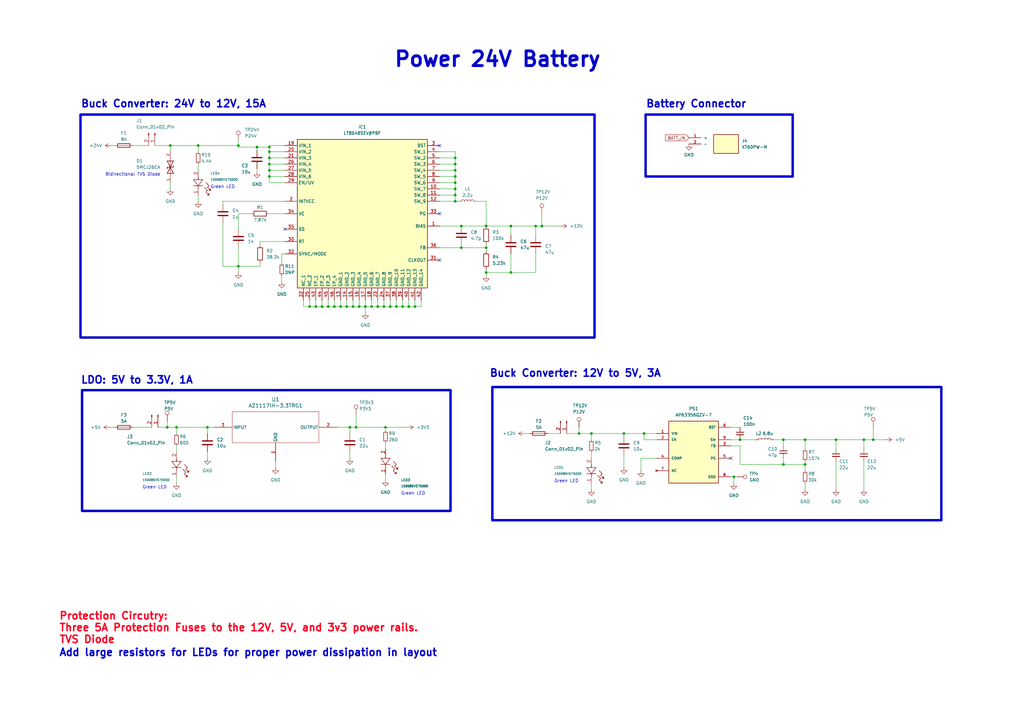
<source format=kicad_sch>
(kicad_sch (version 20230121) (generator eeschema)
  (paper "A3")
  (lib_symbols
    (symbol "2024-02-15_17-38-45:AZ1117IH-3.3TRG1" (pin_names (offset 0.254))
      (property "Reference" "U1" (at 25.4 10.16 0))
      (property "Value" "AZ1117IH-3.3TRG1" (at 25.4 7.62 0))
      (symbol "AZ1117IH-3.3TRG1_0_1"
        (polyline (pts (xy 7.62 -7.62) (xy 43.18 -7.62)) (stroke (width 0.127)))
        (polyline (pts (xy 7.62 5.08) (xy 7.62 -7.62)) (stroke (width 0.127)))
        (polyline (pts (xy 43.18 -7.62) (xy 43.18 5.08)) (stroke (width 0.127)))
        (polyline (pts (xy 43.18 5.08) (xy 7.62 5.08)) (stroke (width 0.127)))
        (pin output line (at 50.8 -1.27 180) (length 7.62) (name "OUTPUT") (number "2"))
      )
      (symbol "AZ1117IH-3.3TRG1_1_1"
        (pin power_out line (at 25.4 -15.24 90) (length 7.62) (name "GND") (number "1"))
        (pin input line (at 0 -1.27 0) (length 7.62) (name "INPUT") (number "3"))
      )
    )
    (symbol "2024-02-25_19-51-49:150080VS75000" (pin_names (offset 0.254))
      (property "Reference" "LED" (at 5.08 -4.445 0))
      (property "Value" "150080VS75000" (at 5.08 -7.62 0))
      (symbol "150080VS75000_1_1"
        (polyline (pts (xy 2.54 0) (xy 3.4798 0)) (stroke (width 0.2032)))
        (polyline (pts (xy 3.175 0) (xy 3.81 0)) (stroke (width 0.2032)))
        (polyline (pts (xy 3.81 -1.905) (xy 6.35 0)) (stroke (width 0.2032)))
        (polyline (pts (xy 3.81 1.905) (xy 3.81 -1.905)) (stroke (width 0.2032)))
        (polyline (pts (xy 5.08 3.175) (xy 6.35 4.445)) (stroke (width 0.2032)))
        (polyline (pts (xy 6.35 -1.905) (xy 6.35 1.905)) (stroke (width 0.2032)))
        (polyline (pts (xy 6.35 0) (xy 3.81 1.905)) (stroke (width 0.2032)))
        (polyline (pts (xy 6.35 0) (xy 7.62 0)) (stroke (width 0.2032)))
        (polyline (pts (xy 6.35 4.445) (xy 6.985 3.81)) (stroke (width 0.2032)))
        (polyline (pts (xy 6.985 2.54) (xy 8.255 3.81)) (stroke (width 0.2032)))
        (polyline (pts (xy 6.985 3.81) (xy 8.255 5.08)) (stroke (width 0.2032)))
        (polyline (pts (xy 7.62 5.08) (xy 8.255 4.445)) (stroke (width 0.2032)))
        (polyline (pts (xy 8.255 3.81) (xy 8.89 3.175)) (stroke (width 0.2032)))
        (polyline (pts (xy 8.255 4.445) (xy 8.255 5.08)) (stroke (width 0.2032)))
        (polyline (pts (xy 8.255 5.08) (xy 7.62 5.08)) (stroke (width 0.2032)))
        (polyline (pts (xy 8.89 3.175) (xy 10.16 4.445)) (stroke (width 0.2032)))
        (polyline (pts (xy 9.525 4.445) (xy 10.16 3.81)) (stroke (width 0.2032)))
        (polyline (pts (xy 10.16 3.81) (xy 10.16 4.445)) (stroke (width 0.2032)))
        (polyline (pts (xy 10.16 4.445) (xy 9.525 4.445)) (stroke (width 0.2032)))
        (pin unspecified line (at 10.16 0 180) (length 2.54) (name "") (number "1"))
        (pin unspecified line (at 0 0 0) (length 2.54) (name "") (number "2"))
      )
    )
    (symbol "AP63356QZV-7:AP63356QZV-7" (pin_names (offset 1.016))
      (property "Reference" "PS" (at -10.16 13.97 0))
      (property "Value" "AP63356QZV-7" (at -10.16 -13.97 0))
      (symbol "AP63356QZV-7_0_0"
        (rectangle (start -10.16 -12.7) (end 10.16 12.7) (stroke (width 0.254)) (fill (type background)))
        (pin input line (at -15.24 7.62 0) (length 5.08) (name "VIN") (number "1"))
        (pin input line (at -15.24 5.08 0) (length 5.08) (name "EN") (number "2"))
        (pin input line (at 15.24 2.54 180) (length 5.08) (name "FB") (number "3"))
        (pin passive line (at -15.24 -2.54 0) (length 5.08) (name "COMP") (number "4"))
        (pin output line (at 15.24 -2.54 180) (length 5.08) (name "PG") (number "5"))
        (pin input line (at 15.24 10.16 180) (length 5.08) (name "BST") (number "6"))
        (pin no_connect line (at -15.24 -7.62 0) (length 5.08) (name "NC") (number "7"))
        (pin power_in line (at 15.24 -10.16 180) (length 5.08) (name "GND") (number "8"))
        (pin output line (at 15.24 5.08 180) (length 5.08) (name "SW") (number "9"))
      )
    )
    (symbol "Connector:Conn_01x02_Pin" (pin_names (offset 1.016) hide)
      (property "Reference" "J" (at 0 2.54 0))
      (property "Value" "Conn_01x02_Pin" (at 0 -5.08 0))
      (symbol "Conn_01x02_Pin_1_1"
        (polyline (pts (xy 1.27 -2.54) (xy 0.8636 -2.54)) (stroke (width 0.1524)))
        (polyline (pts (xy 1.27 0) (xy 0.8636 0)) (stroke (width 0.1524)))
        (rectangle (start 0.8636 -2.413) (end 0 -2.667) (stroke (width 0.1524)) (fill (type outline)))
        (rectangle (start 0.8636 0.127) (end 0 -0.127) (stroke (width 0.1524)) (fill (type outline)))
        (pin passive line (at 5.08 0 180) (length 3.81) (name "Pin_1") (number "1"))
        (pin passive line (at 5.08 -2.54 180) (length 3.81) (name "Pin_2") (number "2"))
      )
    )
    (symbol "Connector:TestPoint" (pin_numbers hide) (pin_names (offset 0.762) hide)
      (property "Reference" "TP" (at 0 6.858 0))
      (property "Value" "TestPoint" (at 0 5.08 0))
      (symbol "TestPoint_0_1"
        (circle (center 0 3.302) (radius 0.762))
      )
      (symbol "TestPoint_1_1"
        (pin passive line (at 0 0 90) (length 2.54) (name "1") (number "1"))
      )
    )
    (symbol "Device:C" (pin_numbers hide) (pin_names (offset 0.254))
      (property "Reference" "C" (at 0.635 2.54 0))
      (property "Value" "C" (at 0.635 -2.54 0))
      (symbol "C_0_1"
        (polyline (pts (xy -2.032 -0.762) (xy 2.032 -0.762)) (stroke (width 0.508)))
        (polyline (pts (xy -2.032 0.762) (xy 2.032 0.762)) (stroke (width 0.508)))
      )
      (symbol "C_1_1"
        (pin passive line (at 0 3.81 270) (length 2.794) (name "~") (number "1"))
        (pin passive line (at 0 -3.81 90) (length 2.794) (name "~") (number "2"))
      )
    )
    (symbol "Device:C_Small" (pin_numbers hide) (pin_names (offset 0.254) hide)
      (property "Reference" "C" (at 0.254 1.778 0))
      (property "Value" "C_Small" (at 0.254 -2.032 0))
      (symbol "C_Small_0_1"
        (polyline (pts (xy -1.524 -0.508) (xy 1.524 -0.508)) (stroke (width 0.3302)))
        (polyline (pts (xy -1.524 0.508) (xy 1.524 0.508)) (stroke (width 0.3048)))
      )
      (symbol "C_Small_1_1"
        (pin passive line (at 0 2.54 270) (length 2.032) (name "~") (number "1"))
        (pin passive line (at 0 -2.54 90) (length 2.032) (name "~") (number "2"))
      )
    )
    (symbol "Device:Fuse" (pin_numbers hide) (pin_names (offset 0))
      (property "Reference" "F" (at 2.032 0 90))
      (property "Value" "Fuse" (at -1.905 0 90))
      (symbol "Fuse_0_1"
        (rectangle (start -0.762 -2.54) (end 0.762 2.54) (stroke (width 0.254)))
        (polyline (pts (xy 0 2.54) (xy 0 -2.54)))
      )
      (symbol "Fuse_1_1"
        (pin passive line (at 0 3.81 270) (length 1.27) (name "~") (number "1"))
        (pin passive line (at 0 -3.81 90) (length 1.27) (name "~") (number "2"))
      )
    )
    (symbol "Device:L" (pin_numbers hide) (pin_names (offset 1.016) hide)
      (property "Reference" "L" (at -1.27 0 90))
      (property "Value" "L" (at 1.905 0 90))
      (symbol "L_0_1"
        (arc (start 0 -2.54) (mid 0.6323 -1.905) (end 0 -1.27))
        (arc (start 0 -1.27) (mid 0.6323 -0.635) (end 0 0))
        (arc (start 0 0) (mid 0.6323 0.635) (end 0 1.27))
        (arc (start 0 1.27) (mid 0.6323 1.905) (end 0 2.54))
      )
      (symbol "L_1_1"
        (pin passive line (at 0 3.81 270) (length 1.27) (name "1") (number "1"))
        (pin passive line (at 0 -3.81 90) (length 1.27) (name "2") (number "2"))
      )
    )
    (symbol "Device:R" (pin_numbers hide) (pin_names (offset 0))
      (property "Reference" "R" (at 2.032 0 90))
      (property "Value" "R" (at 0 0 90))
      (symbol "R_0_1"
        (rectangle (start -1.016 -2.54) (end 1.016 2.54) (stroke (width 0.254)))
      )
      (symbol "R_1_1"
        (pin passive line (at 0 3.81 270) (length 1.27) (name "~") (number "1"))
        (pin passive line (at 0 -3.81 90) (length 1.27) (name "~") (number "2"))
      )
    )
    (symbol "Device:R_Small" (pin_numbers hide) (pin_names (offset 0.254) hide)
      (property "Reference" "R" (at 0.762 0.508 0))
      (property "Value" "R_Small" (at 0.762 -1.016 0))
      (symbol "R_Small_0_1"
        (rectangle (start -0.762 1.778) (end 0.762 -1.778) (stroke (width 0.2032)))
      )
      (symbol "R_Small_1_1"
        (pin passive line (at 0 2.54 270) (length 0.762) (name "~") (number "1"))
        (pin passive line (at 0 -2.54 90) (length 0.762) (name "~") (number "2"))
      )
    )
    (symbol "LT8648SEV#PBF:LT8648SEV#PBF"
      (property "Reference" "IC1" (at 31.75 7.62 0))
      (property "Value" "LT8648SEV#PBF" (at 31.75 5.08 0))
      (symbol "LT8648SEV#PBF_1_1"
        (rectangle (start 5.08 2.54) (end 58.42 -58.42) (stroke (width 0.254)) (fill (type background)))
        (pin passive line (at 63.5 -33.02 180) (length 5.08) (name "BIAS") (number "1"))
        (pin passive line (at 63.5 -17.78 180) (length 5.08) (name "SW_7") (number "10"))
        (pin passive line (at 63.5 -20.32 180) (length 5.08) (name "SW_8") (number "11"))
        (pin passive line (at 63.5 -22.86 180) (length 5.08) (name "SW_9") (number "12"))
        (pin passive line (at 22.86 -63.5 90) (length 5.08) (name "GND_1") (number "13"))
        (pin passive line (at 25.4 -63.5 90) (length 5.08) (name "GND_2") (number "14"))
        (pin passive line (at 27.94 -63.5 90) (length 5.08) (name "GND_3") (number "15"))
        (pin passive line (at 30.48 -63.5 90) (length 5.08) (name "GND_4") (number "16"))
        (pin passive line (at 33.02 -63.5 90) (length 5.08) (name "GND_5") (number "17"))
        (pin passive line (at 35.56 -63.5 90) (length 5.08) (name "GND_6") (number "18"))
        (pin passive line (at 0 0 0) (length 5.08) (name "VIN_1") (number "19"))
        (pin passive line (at 0 -22.86 0) (length 5.08) (name "INTVCC") (number "2"))
        (pin passive line (at 0 -2.54 0) (length 5.08) (name "VIN_2") (number "20"))
        (pin passive line (at 0 -5.08 0) (length 5.08) (name "VIN_3") (number "21"))
        (pin passive line (at 7.62 -63.5 90) (length 5.08) (name "NC_1") (number "22"))
        (pin passive line (at 38.1 -63.5 90) (length 5.08) (name "GND_7") (number "23"))
        (pin passive line (at 40.64 -63.5 90) (length 5.08) (name "GND_8") (number "24"))
        (pin passive line (at 10.16 -63.5 90) (length 5.08) (name "NC_2") (number "25"))
        (pin passive line (at 0 -7.62 0) (length 5.08) (name "VIN_4") (number "26"))
        (pin passive line (at 0 -10.16 0) (length 5.08) (name "VIN_5") (number "27"))
        (pin passive line (at 0 -12.7 0) (length 5.08) (name "VIN_6") (number "28"))
        (pin passive line (at 0 -15.24 0) (length 5.08) (name "EN/UV") (number "29"))
        (pin passive line (at 63.5 0 180) (length 5.08) (name "BST") (number "3"))
        (pin passive line (at 0 -39.37 0) (length 5.08) (name "RT") (number "30"))
        (pin passive line (at 63.5 -46.99 180) (length 5.08) (name "CLKOUT") (number "31"))
        (pin passive line (at 0 -44.45 0) (length 5.08) (name "SYNC/MODE") (number "32"))
        (pin passive line (at 63.5 -27.94 180) (length 5.08) (name "PG") (number "33"))
        (pin passive line (at 0 -27.94 0) (length 5.08) (name "VC") (number "34"))
        (pin passive line (at 0 -34.29 0) (length 5.08) (name "SS") (number "35"))
        (pin passive line (at 63.5 -41.91 180) (length 5.08) (name "FB") (number "36"))
        (pin passive line (at 43.18 -63.5 90) (length 5.08) (name "GND_9") (number "37"))
        (pin passive line (at 45.72 -63.5 90) (length 5.08) (name "GND_10") (number "38"))
        (pin passive line (at 48.26 -63.5 90) (length 5.08) (name "GND_11") (number "39"))
        (pin passive line (at 63.5 -2.54 180) (length 5.08) (name "SW_1") (number "4"))
        (pin passive line (at 50.8 -63.5 90) (length 5.08) (name "GND_12") (number "40"))
        (pin passive line (at 53.34 -63.5 90) (length 5.08) (name "GND_13") (number "41"))
        (pin passive line (at 55.88 -63.5 90) (length 5.08) (name "GND_14") (number "42"))
        (pin passive line (at 12.7 -63.5 90) (length 5.08) (name "EP_1") (number "43"))
        (pin passive line (at 15.24 -63.5 90) (length 5.08) (name "EP_2") (number "44"))
        (pin passive line (at 17.78 -63.5 90) (length 5.08) (name "EP_3") (number "45"))
        (pin passive line (at 20.32 -63.5 90) (length 5.08) (name "EP_4") (number "46"))
        (pin passive line (at 63.5 -5.08 180) (length 5.08) (name "SW_2") (number "5"))
        (pin passive line (at 63.5 -7.62 180) (length 5.08) (name "SW_3") (number "6"))
        (pin passive line (at 63.5 -10.16 180) (length 5.08) (name "SW_4") (number "7"))
        (pin passive line (at 63.5 -12.7 180) (length 5.08) (name "SW_5") (number "8"))
        (pin passive line (at 63.5 -15.24 180) (length 5.08) (name "SW_6") (number "9"))
      )
    )
    (symbol "SMCJ26CA:SMCJ26CA" (pin_names (offset 1.016))
      (property "Reference" "D" (at -7.62 2.413 0))
      (property "Value" "SMCJ26CA" (at -7.62 -4.953 0))
      (symbol "SMCJ26CA_0_0"
        (polyline (pts (xy -5.08 0) (xy 2.54 0)) (stroke (width 0.1524)))
        (polyline (pts (xy -3.81 -1.27) (xy -1.27 0)) (stroke (width 0.254)))
        (polyline (pts (xy -3.81 1.27) (xy -3.81 -1.27)) (stroke (width 0.254)))
        (polyline (pts (xy -1.905 1.27) (xy -1.27 1.27)) (stroke (width 0.254)))
        (polyline (pts (xy -1.27 -1.27) (xy -1.27 0)) (stroke (width 0.254)))
        (polyline (pts (xy -1.27 0) (xy -3.81 1.27)) (stroke (width 0.254)))
        (polyline (pts (xy -1.27 0) (xy -1.27 1.27)) (stroke (width 0.254)))
        (polyline (pts (xy -1.27 0) (xy 1.27 -1.27)) (stroke (width 0.254)))
        (polyline (pts (xy -0.635 -1.27) (xy -1.27 -1.27)) (stroke (width 0.254)))
        (polyline (pts (xy 1.27 -1.27) (xy 1.27 1.27)) (stroke (width 0.254)))
        (polyline (pts (xy 1.27 1.27) (xy -1.27 0)) (stroke (width 0.254)))
        (pin passive line (at -7.62 0 0) (length 2.54) (name "~") (number "1"))
        (pin passive line (at 5.08 0 180) (length 2.54) (name "~") (number "2"))
      )
    )
    (symbol "XT60PW-M:XT60PW-M" (pin_names (offset 1.016))
      (property "Reference" "J" (at -5.08 5.7234 0))
      (property "Value" "XT60PW-M" (at 0 3.81 0))
      (symbol "XT60PW-M_0_0"
        (rectangle (start 0 3.81) (end 10.16 -3.81) (stroke (width 0.254)) (fill (type background)))
        (pin passive line (at -10.16 2.54 0) (length 5.08) (name "+") (number "1"))
        (pin passive line (at -10.16 0 0) (length 5.08) (name "-") (number "2"))
      )
    )
    (symbol "power:+12V" (power) (pin_names (offset 0))
      (property "Value" "+12V" (at 0 3.556 0))
      (symbol "+12V_0_1"
        (polyline (pts (xy -0.762 1.27) (xy 0 2.54)))
        (polyline (pts (xy 0 0) (xy 0 2.54)))
        (polyline (pts (xy 0 2.54) (xy 0.762 1.27)))
      )
      (symbol "+12V_1_1"
        (pin power_in line (at 0 0 90) (length 0) hide (name "+12V") (number "1"))
      )
    )
    (symbol "power:+24V" (power) (pin_names (offset 0))
      (property "Value" "+24V" (at 0 3.556 0))
      (symbol "+24V_0_1"
        (polyline (pts (xy -0.762 1.27) (xy 0 2.54)))
        (polyline (pts (xy 0 0) (xy 0 2.54)))
        (polyline (pts (xy 0 2.54) (xy 0.762 1.27)))
      )
      (symbol "+24V_1_1"
        (pin power_in line (at 0 0 90) (length 0) hide (name "+24V") (number "1"))
      )
    )
    (symbol "power:+3V3" (power) (pin_names (offset 0))
      (property "Value" "+3V3" (at 0 3.556 0))
      (symbol "+3V3_0_1"
        (polyline (pts (xy -0.762 1.27) (xy 0 2.54)))
        (polyline (pts (xy 0 0) (xy 0 2.54)))
        (polyline (pts (xy 0 2.54) (xy 0.762 1.27)))
      )
      (symbol "+3V3_1_1"
        (pin power_in line (at 0 0 90) (length 0) hide (name "+3V3") (number "1"))
      )
    )
    (symbol "power:+5V" (power) (pin_names (offset 0))
      (property "Value" "+5V" (at 0 3.556 0))
      (symbol "+5V_0_1"
        (polyline (pts (xy -0.762 1.27) (xy 0 2.54)))
        (polyline (pts (xy 0 0) (xy 0 2.54)))
        (polyline (pts (xy 0 2.54) (xy 0.762 1.27)))
      )
      (symbol "+5V_1_1"
        (pin power_in line (at 0 0 90) (length 0) hide (name "+5V") (number "1"))
      )
    )
    (symbol "power:GND" (power) (pin_names (offset 0))
      (property "Value" "GND" (at 0 -3.81 0))
      (symbol "GND_0_1"
        (polyline (pts (xy 0 0) (xy 0 -1.27) (xy 1.27 -1.27) (xy 0 -2.54) (xy -1.27 -1.27) (xy 0 -1.27)))
      )
      (symbol "GND_1_1"
        (pin power_in line (at 0 0 270) (length 0) hide (name "GND") (number "1"))
      )
    )
  )
  (junction (at 186.69 80.01))
  (junction (at 321.31 180.34))
  (junction (at 186.69 74.93))
  (junction (at 160.02 125.73))
  (junction (at 149.86 125.73))
  (junction (at 209.55 92.71))
  (junction (at 144.78 125.73))
  (junction (at 129.54 125.73))
  (junction (at 330.2 190.5))
  (junction (at 158.115 175.26))
  (junction (at 219.71 92.71))
  (junction (at 189.23 101.6))
  (junction (at 358.14 180.34))
  (junction (at 186.69 72.39))
  (junction (at 85.09 175.26))
  (junction (at 81.28 59.69))
  (junction (at 105.41 60.325))
  (junction (at 137.16 125.73))
  (junction (at 186.69 69.85))
  (junction (at 154.94 125.73))
  (junction (at 139.7 125.73))
  (junction (at 321.31 190.5))
  (junction (at 146.05 175.26))
  (junction (at 170.18 125.73))
  (junction (at 127 125.73))
  (junction (at 186.69 67.31))
  (junction (at 110.49 67.31))
  (junction (at 142.24 125.73))
  (junction (at 97.79 59.69))
  (junction (at 110.49 69.85))
  (junction (at 143.51 175.26))
  (junction (at 110.49 64.77))
  (junction (at 165.1 125.73))
  (junction (at 264.16 177.8))
  (junction (at 237.49 177.8))
  (junction (at 162.56 125.73))
  (junction (at 242.57 177.8))
  (junction (at 72.39 175.26))
  (junction (at 152.4 125.73))
  (junction (at 255.905 177.8))
  (junction (at 110.49 60.325))
  (junction (at 342.9 180.34))
  (junction (at 222.25 92.71))
  (junction (at 209.55 111.76))
  (junction (at 330.2 180.34))
  (junction (at 132.08 125.73))
  (junction (at 199.39 111.76))
  (junction (at 68.58 175.26))
  (junction (at 157.48 125.73))
  (junction (at 97.79 109.22))
  (junction (at 199.39 101.6))
  (junction (at 147.32 125.73))
  (junction (at 69.85 59.69))
  (junction (at 167.64 125.73))
  (junction (at 300.99 195.58))
  (junction (at 303.53 180.34))
  (junction (at 110.49 62.23))
  (junction (at 354.33 180.34))
  (junction (at 134.62 125.73))
  (junction (at 186.69 77.47))
  (junction (at 189.23 92.71))
  (junction (at 110.49 72.39))
  (junction (at 186.69 82.55))
  (junction (at 186.69 64.77))
  (junction (at 199.39 92.71))
  (no_connect (at 299.72 187.96))
  (no_connect (at 180.34 87.63))
  (no_connect (at 180.34 106.68))
  (no_connect (at 180.34 59.69))
  (no_connect (at 116.84 93.98))
  (wire (pts (xy 116.84 99.06) (xy 106.68 99.06)))
  (wire (pts (xy 222.25 92.71) (xy 219.71 92.71)))
  (wire (pts (xy 139.7 123.19) (xy 139.7 125.73)))
  (wire (pts (xy 321.31 190.5) (xy 330.2 190.5)))
  (wire (pts (xy 137.16 125.73) (xy 139.7 125.73)))
  (wire (pts (xy 64.77 175.26) (xy 68.58 175.26)))
  (wire (pts (xy 81.28 80.01) (xy 81.28 82.55)))
  (wire (pts (xy 110.49 62.23) (xy 110.49 60.325)))
  (wire (pts (xy 199.39 92.71) (xy 199.39 82.55)))
  (wire (pts (xy 68.58 175.26) (xy 72.39 175.26)))
  (wire (pts (xy 199.39 102.87) (xy 199.39 101.6)))
  (wire (pts (xy 81.28 59.69) (xy 81.28 62.23)))
  (wire (pts (xy 154.94 123.19) (xy 154.94 125.73)))
  (wire (pts (xy 237.49 177.8) (xy 242.57 177.8)))
  (wire (pts (xy 264.16 180.34) (xy 264.16 177.8)))
  (wire (pts (xy 106.68 99.06) (xy 106.68 100.33)))
  (wire (pts (xy 219.71 96.52) (xy 219.71 92.71)))
  (wire (pts (xy 157.48 123.19) (xy 157.48 125.73)))
  (wire (pts (xy 209.55 96.52) (xy 209.55 92.71)))
  (wire (pts (xy 91.44 82.55) (xy 116.84 82.55)))
  (wire (pts (xy 124.46 125.73) (xy 127 125.73)))
  (wire (pts (xy 180.34 64.77) (xy 186.69 64.77)))
  (wire (pts (xy 97.79 59.69) (xy 97.79 60.325)))
  (wire (pts (xy 330.2 189.23) (xy 330.2 190.5)))
  (wire (pts (xy 69.85 59.69) (xy 69.85 62.23)))
  (wire (pts (xy 91.44 91.44) (xy 91.44 109.22)))
  (wire (pts (xy 242.57 177.8) (xy 242.57 180.34)))
  (wire (pts (xy 116.84 74.93) (xy 110.49 74.93)))
  (wire (pts (xy 91.44 83.82) (xy 91.44 82.55)))
  (wire (pts (xy 321.31 180.34) (xy 317.5 180.34)))
  (wire (pts (xy 149.86 125.73) (xy 149.86 128.27)))
  (wire (pts (xy 97.79 57.785) (xy 97.79 59.69)))
  (wire (pts (xy 132.08 125.73) (xy 134.62 125.73)))
  (wire (pts (xy 110.49 74.93) (xy 110.49 72.39)))
  (wire (pts (xy 300.99 195.58) (xy 302.26 195.58)))
  (wire (pts (xy 219.71 104.14) (xy 219.71 111.76)))
  (wire (pts (xy 110.49 69.85) (xy 116.84 69.85)))
  (wire (pts (xy 303.53 180.34) (xy 309.88 180.34)))
  (wire (pts (xy 162.56 123.19) (xy 162.56 125.73)))
  (wire (pts (xy 105.41 60.325) (xy 105.41 61.595)))
  (wire (pts (xy 137.16 123.19) (xy 137.16 125.73)))
  (wire (pts (xy 300.99 198.12) (xy 300.99 195.58)))
  (wire (pts (xy 186.69 82.55) (xy 187.96 82.55)))
  (wire (pts (xy 255.905 177.8) (xy 255.905 179.07)))
  (wire (pts (xy 180.34 82.55) (xy 186.69 82.55)))
  (wire (pts (xy 143.51 185.42) (xy 143.51 187.96)))
  (wire (pts (xy 209.55 104.14) (xy 209.55 111.76)))
  (wire (pts (xy 110.49 87.63) (xy 116.84 87.63)))
  (wire (pts (xy 54.61 175.26) (xy 62.23 175.26)))
  (wire (pts (xy 167.64 125.73) (xy 170.18 125.73)))
  (wire (pts (xy 110.49 60.325) (xy 110.49 59.69)))
  (wire (pts (xy 358.14 180.34) (xy 363.22 180.34)))
  (wire (pts (xy 124.46 123.19) (xy 124.46 125.73)))
  (wire (pts (xy 85.09 175.26) (xy 87.63 175.26)))
  (wire (pts (xy 299.72 182.88) (xy 303.53 182.88)))
  (wire (pts (xy 138.43 175.26) (xy 143.51 175.26)))
  (wire (pts (xy 91.44 109.22) (xy 97.79 109.22)))
  (wire (pts (xy 45.72 59.69) (xy 46.99 59.69)))
  (wire (pts (xy 264.16 177.8) (xy 255.905 177.8)))
  (wire (pts (xy 354.33 180.34) (xy 358.14 180.34)))
  (wire (pts (xy 97.79 109.22) (xy 97.79 111.76)))
  (wire (pts (xy 189.23 92.71) (xy 199.39 92.71)))
  (wire (pts (xy 186.69 72.39) (xy 186.69 74.93)))
  (wire (pts (xy 199.39 82.55) (xy 195.58 82.55)))
  (wire (pts (xy 180.34 92.71) (xy 189.23 92.71)))
  (wire (pts (xy 116.84 59.69) (xy 110.49 59.69)))
  (wire (pts (xy 199.39 111.76) (xy 199.39 113.03)))
  (wire (pts (xy 170.18 125.73) (xy 172.72 125.73)))
  (wire (pts (xy 115.57 113.03) (xy 115.57 115.57)))
  (wire (pts (xy 132.08 123.19) (xy 132.08 125.73)))
  (wire (pts (xy 146.05 175.26) (xy 158.115 175.26)))
  (wire (pts (xy 180.34 74.93) (xy 186.69 74.93)))
  (wire (pts (xy 162.56 125.73) (xy 165.1 125.73)))
  (wire (pts (xy 255.905 186.69) (xy 255.905 191.77)))
  (wire (pts (xy 354.33 189.23) (xy 354.33 200.66)))
  (wire (pts (xy 152.4 125.73) (xy 154.94 125.73)))
  (wire (pts (xy 160.02 123.19) (xy 160.02 125.73)))
  (wire (pts (xy 158.115 175.26) (xy 158.115 176.53)))
  (wire (pts (xy 110.49 64.77) (xy 116.84 64.77)))
  (wire (pts (xy 69.85 59.69) (xy 81.28 59.69)))
  (wire (pts (xy 269.24 187.96) (xy 262.89 187.96)))
  (wire (pts (xy 110.49 72.39) (xy 110.49 69.85)))
  (wire (pts (xy 170.18 123.19) (xy 170.18 125.73)))
  (wire (pts (xy 134.62 123.19) (xy 134.62 125.73)))
  (wire (pts (xy 342.9 180.34) (xy 354.33 180.34)))
  (wire (pts (xy 342.9 189.23) (xy 342.9 200.66)))
  (wire (pts (xy 358.14 175.26) (xy 358.14 180.34)))
  (wire (pts (xy 342.9 184.15) (xy 342.9 180.34)))
  (wire (pts (xy 199.39 111.76) (xy 199.39 110.49)))
  (wire (pts (xy 129.54 123.19) (xy 129.54 125.73)))
  (wire (pts (xy 330.2 180.34) (xy 342.9 180.34)))
  (wire (pts (xy 158.115 175.26) (xy 167.005 175.26)))
  (wire (pts (xy 97.79 60.325) (xy 105.41 60.325)))
  (wire (pts (xy 180.34 69.85) (xy 186.69 69.85)))
  (wire (pts (xy 63.5 59.69) (xy 69.85 59.69)))
  (wire (pts (xy 110.49 60.325) (xy 105.41 60.325)))
  (wire (pts (xy 330.2 198.12) (xy 330.2 200.66)))
  (wire (pts (xy 167.64 123.19) (xy 167.64 125.73)))
  (wire (pts (xy 242.57 185.42) (xy 242.57 187.96)))
  (wire (pts (xy 110.49 64.77) (xy 110.49 62.23)))
  (wire (pts (xy 115.57 104.14) (xy 115.57 107.95)))
  (wire (pts (xy 354.33 180.34) (xy 354.33 184.15)))
  (wire (pts (xy 72.39 175.26) (xy 72.39 177.8)))
  (wire (pts (xy 165.1 125.73) (xy 167.64 125.73)))
  (wire (pts (xy 146.05 170.18) (xy 146.05 175.26)))
  (wire (pts (xy 299.72 175.26) (xy 303.53 175.26)))
  (wire (pts (xy 149.86 125.73) (xy 152.4 125.73)))
  (wire (pts (xy 321.31 182.88) (xy 321.31 180.34)))
  (wire (pts (xy 237.49 175.26) (xy 237.49 177.8)))
  (wire (pts (xy 199.39 100.33) (xy 199.39 101.6)))
  (wire (pts (xy 147.32 123.19) (xy 147.32 125.73)))
  (wire (pts (xy 143.51 177.8) (xy 143.51 175.26)))
  (wire (pts (xy 330.2 180.34) (xy 321.31 180.34)))
  (wire (pts (xy 180.34 80.01) (xy 186.69 80.01)))
  (wire (pts (xy 81.28 67.31) (xy 81.28 69.85)))
  (wire (pts (xy 180.34 72.39) (xy 186.69 72.39)))
  (wire (pts (xy 219.71 92.71) (xy 209.55 92.71)))
  (wire (pts (xy 144.78 125.73) (xy 147.32 125.73)))
  (wire (pts (xy 330.2 184.15) (xy 330.2 180.34)))
  (wire (pts (xy 186.69 62.23) (xy 186.69 64.77)))
  (wire (pts (xy 143.51 175.26) (xy 146.05 175.26)))
  (wire (pts (xy 68.58 172.72) (xy 68.58 175.26)))
  (wire (pts (xy 232.41 177.8) (xy 237.49 177.8)))
  (wire (pts (xy 222.25 92.71) (xy 229.87 92.71)))
  (wire (pts (xy 180.34 101.6) (xy 189.23 101.6)))
  (wire (pts (xy 110.49 67.31) (xy 116.84 67.31)))
  (wire (pts (xy 269.24 180.34) (xy 264.16 180.34)))
  (wire (pts (xy 242.57 177.8) (xy 255.905 177.8)))
  (wire (pts (xy 180.34 77.47) (xy 186.69 77.47)))
  (wire (pts (xy 85.09 185.42) (xy 85.09 187.96)))
  (wire (pts (xy 110.49 69.85) (xy 110.49 67.31)))
  (wire (pts (xy 97.79 109.22) (xy 106.68 109.22)))
  (wire (pts (xy 186.69 80.01) (xy 186.69 82.55)))
  (wire (pts (xy 154.94 125.73) (xy 157.48 125.73)))
  (wire (pts (xy 105.41 69.215) (xy 105.41 70.485)))
  (wire (pts (xy 300.99 195.58) (xy 299.72 195.58)))
  (wire (pts (xy 129.54 125.73) (xy 132.08 125.73)))
  (wire (pts (xy 72.39 175.26) (xy 85.09 175.26)))
  (wire (pts (xy 97.79 101.6) (xy 97.79 109.22)))
  (wire (pts (xy 116.84 72.39) (xy 110.49 72.39)))
  (wire (pts (xy 180.34 62.23) (xy 186.69 62.23)))
  (wire (pts (xy 186.69 74.93) (xy 186.69 77.47)))
  (wire (pts (xy 189.23 100.33) (xy 189.23 101.6)))
  (wire (pts (xy 242.57 198.12) (xy 242.57 200.66)))
  (wire (pts (xy 69.85 74.93) (xy 69.85 77.47)))
  (wire (pts (xy 186.69 67.31) (xy 186.69 69.85)))
  (wire (pts (xy 219.71 111.76) (xy 209.55 111.76)))
  (wire (pts (xy 127 123.19) (xy 127 125.73)))
  (wire (pts (xy 180.34 67.31) (xy 186.69 67.31)))
  (wire (pts (xy 217.17 177.8) (xy 215.265 177.8)))
  (wire (pts (xy 149.86 123.19) (xy 149.86 125.73)))
  (wire (pts (xy 72.39 182.88) (xy 72.39 185.42)))
  (wire (pts (xy 209.55 111.76) (xy 199.39 111.76)))
  (wire (pts (xy 116.84 104.14) (xy 115.57 104.14)))
  (wire (pts (xy 262.89 187.96) (xy 262.89 193.04)))
  (wire (pts (xy 158.115 194.31) (xy 158.115 196.85)))
  (wire (pts (xy 303.53 190.5) (xy 321.31 190.5)))
  (wire (pts (xy 106.68 109.22) (xy 106.68 107.95)))
  (wire (pts (xy 152.4 123.19) (xy 152.4 125.73)))
  (wire (pts (xy 186.69 64.77) (xy 186.69 67.31)))
  (wire (pts (xy 110.49 67.31) (xy 110.49 64.77)))
  (wire (pts (xy 110.49 62.23) (xy 116.84 62.23)))
  (wire (pts (xy 113.03 189.23) (xy 113.03 191.77)))
  (wire (pts (xy 209.55 92.71) (xy 199.39 92.71)))
  (wire (pts (xy 81.28 59.69) (xy 97.79 59.69)))
  (wire (pts (xy 127 125.73) (xy 129.54 125.73)))
  (wire (pts (xy 54.61 59.69) (xy 60.96 59.69)))
  (wire (pts (xy 85.09 177.8) (xy 85.09 175.26)))
  (wire (pts (xy 144.78 123.19) (xy 144.78 125.73)))
  (wire (pts (xy 72.39 195.58) (xy 72.39 198.12)))
  (wire (pts (xy 172.72 125.73) (xy 172.72 123.19)))
  (wire (pts (xy 160.02 125.73) (xy 162.56 125.73)))
  (wire (pts (xy 102.87 87.63) (xy 97.79 87.63)))
  (wire (pts (xy 157.48 125.73) (xy 160.02 125.73)))
  (wire (pts (xy 330.2 190.5) (xy 330.2 193.04)))
  (wire (pts (xy 224.79 177.8) (xy 229.87 177.8)))
  (wire (pts (xy 45.085 175.26) (xy 46.99 175.26)))
  (wire (pts (xy 321.31 187.96) (xy 321.31 190.5)))
  (wire (pts (xy 165.1 123.19) (xy 165.1 125.73)))
  (wire (pts (xy 186.69 77.47) (xy 186.69 80.01)))
  (wire (pts (xy 134.62 125.73) (xy 137.16 125.73)))
  (wire (pts (xy 147.32 125.73) (xy 149.86 125.73)))
  (wire (pts (xy 142.24 123.19) (xy 142.24 125.73)))
  (wire (pts (xy 269.24 177.8) (xy 264.16 177.8)))
  (wire (pts (xy 222.25 87.63) (xy 222.25 92.71)))
  (wire (pts (xy 186.69 69.85) (xy 186.69 72.39)))
  (wire (pts (xy 139.7 125.73) (xy 142.24 125.73)))
  (wire (pts (xy 299.72 180.34) (xy 303.53 180.34)))
  (wire (pts (xy 158.115 181.61) (xy 158.115 184.15)))
  (wire (pts (xy 97.79 87.63) (xy 97.79 93.98)))
  (wire (pts (xy 303.53 182.88) (xy 303.53 190.5)))
  (wire (pts (xy 142.24 125.73) (xy 144.78 125.73)))
  (wire (pts (xy 189.23 101.6) (xy 199.39 101.6)))
  (rectangle (start 116.84 160.02) (end 116.84 160.02))
  (rectangle (start 33.655 160.02) (end 184.785 209.55) (stroke (width 1)))
  (rectangle (start 33.02 46.99) (end 243.84 138.43) (stroke (width 1)))
  (rectangle (start 264.795 46.99) (end 325.12 72.39) (stroke (width 1)))
  (rectangle (start 201.93 158.75) (end 386.08 213.36) (stroke (width 1)))
  (text "LDO: 5V to 3.3V, 1A\n\n" (at 33.02 162.56 0) (effects (font (size 3 3) (thickness 0.6) bold) (justify left bottom)))
  (text "Buck Converter: 24V to 12V, 15A \n" (at 33.02 44.45 0) (effects (font (size 3 3) (thickness 0.6) bold) (justify left bottom)))
  (text "Green LED\n" (at 58.42 200.66 0) (effects (font (size 1.27 1.27)) (justify left bottom)))
  (text "Power 24V Battery\n" (at 161.29 27.94 0) (effects (font (size 6 6) bold) (justify left bottom)))
  (text "Green LED\n" (at 227.33 198.12 0) (effects (font (size 1.27 1.27)) (justify left bottom)))
  (text "Green LED\n" (at 86.36 77.47 0) (effects (font (size 1.27 1.27)) (justify left bottom)))
  (text "Green LED\n" (at 164.465 203.2 0) (effects (font (size 1.27 1.27)) (justify left bottom)))
  (text "Battery Connector" (at 264.795 44.45 0) (effects (font (size 3 3) (thickness 0.6) bold) (justify left bottom)))
  (text "Add large resistors for LEDs for proper power dissipation in layout\n\n" (at 24.13 274.32 0) (effects (font (size 3 3) (thickness 0.6) bold) (justify left bottom)))
  (text "Protection Circutry: \nThree 5A Protection Fuses to the 12V, 5V, and 3v3 power rails.\nTVS Diode\n" (at 24.13 264.16 0) (effects (font (size 3 3) bold) (justify left bottom)))
  (text "Bidirectional TVS Diode\n" (at 43.18 72.39 0) (effects (font (size 1.27 1.27)) (justify left bottom)))
  (text "Buck Converter: 12V to 5V, 3A\n" (at 200.66 154.94 0) (effects (font (size 3 3) (thickness 0.6) bold) (justify left bottom)))
  (global_label "BATT_IN" (shape input) (at 282.575 56.515 180) (property "Intersheetrefs" "${INTERSHEET_REFS}" (effects hide)))
  (symbol (lib_id "2024-02-25_19-51-49:150080VS75000") (at 242.57 187.96 270) (unit 1)
    (property "Reference" "LED1" (at 227.33 191.77 90) (effects (font (size 1 1)) (justify left)))
    (property "Value" "150080VS75000" (at 227.33 194.31 90) (effects (font (size 0.9 0.9)) (justify left)))
    (property "Footprint" "CSTAR-MainBoard-Footprints:LED_0VS75000_WRE" (effects hide))
    (property "Datasheet" "150080VS75000" (effects hide))
  )
  (symbol (lib_id "Device:C") (at 85.09 181.61 0) (unit 1)
    (property "Reference" "C2" (at 88.9 180.34 0) (effects (justify left)))
    (property "Value" "10u" (at 88.9 182.88 0) (effects (justify left)))
    (property "Footprint" "Capacitor_SMD:C_0805_2012Metric" (effects hide))
  )
  (symbol (lib_id "Device:R_Small") (at 242.57 182.88 0) (unit 1)
    (property "Reference" "R5" (at 243.84 181.61 0) (effects (justify left)))
    (property "Value" "2k" (at 243.84 184.15 0) (effects (justify left)))
    (property "Footprint" "Resistor_SMD:R_0805_2012Metric" (effects hide))
  )
  (symbol (lib_id "power:GND") (at 300.99 198.12 0) (unit 1)
    (property "Reference" "#PWR08" (effects hide))
    (property "Value" "GND" (at 300.99 203.2 0))
  )
  (symbol (lib_id "XT60PW-M:XT60PW-M") (at 292.735 59.055 0) (unit 1)
    (property "Reference" "J4" (at 304.165 57.785 0) (effects (justify left)))
    (property "Value" "XT60PW-M" (at 304.165 60.325 0) (effects (justify left)))
    (property "Footprint" "CSTAR-MainBoard-Footprints:AMASS_XT60PW-M" (effects hide))
    (property "MAXIMUM_PACKAGE_HEIGHT" "8.4 mm" (effects hide))
    (property "Description" "\nSocket, DC supply, male, PIN: 2\n" (effects hide))
  )
  (symbol (lib_id "power:+12V") (at 215.265 177.8 90) (unit 1)
    (property "Reference" "#PWR019" (effects hide))
    (property "Value" "+12V" (at 211.455 177.8 90) (effects (justify left)))
  )
  (symbol (lib_id "power:GND") (at 199.39 113.03 0) (unit 1)
    (property "Reference" "#PWR04" (effects hide))
    (property "Value" "GND" (at 199.39 118.11 0))
  )
  (symbol (lib_id "Connector:TestPoint") (at 97.79 57.785 0) (unit 1)
    (property "Reference" "TP24V" (at 100.33 53.213 0) (effects (justify left)))
    (property "Value" "P24V" (at 100.33 55.753 0) (effects (justify left)))
    (property "Footprint" "TestPoint:TestPoint_Pad_D2.0mm" (effects hide))
  )
  (symbol (lib_id "power:GND") (at 158.115 196.85 0) (unit 1)
    (property "Reference" "#PWR024" (effects hide))
    (property "Value" "GND" (at 158.115 201.93 0))
  )
  (symbol (lib_id "Device:C") (at 255.905 182.88 0) (unit 1)
    (property "Reference" "C9" (at 259.715 181.61 0) (effects (justify left)))
    (property "Value" "10u" (at 259.715 184.15 0) (effects (justify left)))
    (property "Footprint" "Capacitor_SMD:C_0805_2012Metric" (effects hide))
  )
  (symbol (lib_id "Device:R") (at 199.39 96.52 180) (unit 1)
    (property "Reference" "R3" (at 201.93 95.25 0) (effects (justify right)))
    (property "Value" "100k" (at 201.93 97.79 0) (effects (justify right)))
    (property "Footprint" "Resistor_SMD:R_0805_2012Metric" (effects hide))
  )
  (symbol (lib_id "Connector:TestPoint") (at 222.25 87.63 0) (unit 1)
    (property "Reference" "TP12V" (at 219.71 78.74 0) (effects (justify left)))
    (property "Value" "P12V" (at 219.71 81.28 0) (effects (justify left)))
    (property "Footprint" "TestPoint:TestPoint_Pad_D2.0mm" (effects hide))
  )
  (symbol (lib_id "Device:C_Small") (at 303.53 177.8 0) (unit 1)
    (property "Reference" "C14" (at 304.8 171.45 0) (effects (justify left)))
    (property "Value" "100n" (at 304.8 173.99 0) (effects (justify left)))
    (property "Footprint" "Capacitor_SMD:C_0805_2012Metric" (effects hide))
  )
  (symbol (lib_id "Connector:Conn_01x02_Pin") (at 64.77 170.18 270) (unit 1)
    (property "Reference" "J3" (at 52.07 179.07 90) (effects (justify left)))
    (property "Value" "Conn_01x02_Pin" (at 52.07 181.61 90) (effects (justify left)))
    (property "Footprint" "Connector_PinHeader_2.54mm:PinHeader_1x02_P2.54mm_Vertical" (effects hide))
  )
  (symbol (lib_id "Device:R_Small") (at 115.57 110.49 0) (unit 1)
    (property "Reference" "R11" (at 116.84 109.22 0) (effects (justify left)))
    (property "Value" "DNP" (at 116.84 111.76 0) (effects (justify left)))
    (property "Footprint" "Resistor_SMD:R_0805_2012Metric" (effects hide))
  )
  (symbol (lib_id "Connector:Conn_01x02_Pin") (at 63.5 54.61 270) (unit 1)
    (property "Reference" "J1" (at 55.88 49.53 90) (effects (justify left)))
    (property "Value" "Conn_01x02_Pin" (at 55.88 52.07 90) (effects (justify left)))
    (property "Footprint" "Connector_PinHeader_2.54mm:PinHeader_1x02_P2.54mm_Vertical" (effects hide))
  )
  (symbol (lib_id "power:GND") (at 255.905 191.77 0) (unit 1)
    (property "Reference" "#PWR09" (effects hide))
    (property "Value" "GND" (at 255.905 196.85 0))
  )
  (symbol (lib_id "power:GND") (at 282.575 59.055 0) (unit 1)
    (property "Reference" "#PWR020" (effects hide))
    (property "Value" "GND" (at 282.575 63.5 0))
  )
  (symbol (lib_id "Device:C") (at 189.23 96.52 0) (unit 1)
    (property "Reference" "C8" (at 193.04 95.25 0) (effects (justify left)))
    (property "Value" "4.7p" (at 193.04 97.79 0) (effects (justify left)))
    (property "Footprint" "Capacitor_SMD:C_0805_2012Metric" (effects hide))
  )
  (symbol (lib_id "Device:Fuse") (at 220.98 177.8 90) (unit 1)
    (property "Reference" "F2" (at 220.98 172.72 90))
    (property "Value" "5A" (at 220.98 175.26 90))
    (property "Footprint" "Fuse:Fuse_0805_2012Metric" (effects hide))
  )
  (symbol (lib_id "Device:R") (at 106.68 87.63 90) (unit 1)
    (property "Reference" "R1" (at 106.68 85.09 90))
    (property "Value" "7.87k" (at 106.68 90.17 90))
    (property "Footprint" "Resistor_SMD:R_0805_2012Metric" (effects hide))
  )
  (symbol (lib_id "Device:C_Small") (at 354.33 186.69 0) (unit 1)
    (property "Reference" "C12" (at 355.6 189.23 0) (effects (justify left)))
    (property "Value" "22u" (at 355.6 191.77 0) (effects (justify left)))
    (property "Footprint" "Capacitor_SMD:C_0805_2012Metric" (effects hide))
  )
  (symbol (lib_id "power:GND") (at 97.79 111.76 0) (unit 1)
    (property "Reference" "#PWR07" (effects hide))
    (property "Value" "GND" (at 97.79 116.84 0))
  )
  (symbol (lib_id "power:GND") (at 149.86 128.27 0) (unit 1)
    (property "Reference" "#PWR05" (effects hide))
    (property "Value" "GND" (at 149.86 133.35 0))
  )
  (symbol (lib_id "Device:C") (at 219.71 100.33 0) (unit 1)
    (property "Reference" "C7" (at 223.52 100.965 0) (effects (justify left)))
    (property "Value" "47u" (at 223.52 103.505 0) (effects (justify left)))
    (property "Footprint" "Capacitor_SMD:C_1206_3216Metric" (effects hide))
  )
  (symbol (lib_id "power:GND") (at 330.2 200.66 0) (unit 1)
    (property "Reference" "#PWR011" (effects hide))
    (property "Value" "GND" (at 330.2 205.74 0))
  )
  (symbol (lib_id "Device:R_Small") (at 330.2 195.58 0) (unit 1)
    (property "Reference" "R8" (at 331.47 194.31 0) (effects (justify left)))
    (property "Value" "30k" (at 331.47 196.85 0) (effects (justify left)))
    (property "Footprint" "Resistor_SMD:R_0805_2012Metric" (effects hide))
  )
  (symbol (lib_id "power:GND") (at 262.89 193.04 0) (unit 1)
    (property "Reference" "#PWR010" (effects hide))
    (property "Value" "GND" (at 262.89 198.12 0))
  )
  (symbol (lib_id "Device:C") (at 143.51 181.61 0) (unit 1)
    (property "Reference" "C1" (at 147.32 180.34 0) (effects (justify left)))
    (property "Value" "22u" (at 147.32 182.88 0) (effects (justify left)))
    (property "Footprint" "Capacitor_SMD:C_0805_2012Metric" (effects hide))
  )
  (symbol (lib_id "power:+5V") (at 363.22 180.34 270) (unit 1)
    (property "Reference" "#PWR014" (effects hide))
    (property "Value" "+5V" (at 367.03 180.34 90) (effects (justify left)))
  )
  (symbol (lib_id "Device:L") (at 191.77 82.55 90) (unit 1)
    (property "Reference" "L1" (at 191.77 77.47 90))
    (property "Value" "2.2u" (at 191.77 80.01 90))
    (property "Footprint" "CSTAR-MainBoard-Footprints:L1_2.2uH" (effects hide))
  )
  (symbol (lib_id "Device:C_Small") (at 321.31 185.42 0) (unit 1)
    (property "Reference" "C10" (at 314.96 184.15 0) (effects (justify left)))
    (property "Value" "47p" (at 314.96 186.69 0) (effects (justify left)))
    (property "Footprint" "Capacitor_SMD:C_0805_2012Metric" (effects hide))
  )
  (symbol (lib_id "Device:R_Small") (at 72.39 180.34 0) (unit 1)
    (property "Reference" "R6" (at 73.66 179.07 0) (effects (justify left)))
    (property "Value" "600" (at 73.66 181.61 0) (effects (justify left)))
    (property "Footprint" "Resistor_SMD:R_0805_2012Metric" (effects hide))
  )
  (symbol (lib_id "power:GND") (at 342.9 200.66 0) (unit 1)
    (property "Reference" "#PWR012" (effects hide))
    (property "Value" "GND" (at 342.9 205.74 0))
  )
  (symbol (lib_id "power:GND") (at 81.28 82.55 0) (unit 1)
    (property "Reference" "#PWR025" (effects hide))
    (property "Value" "GND" (at 81.28 87.63 0))
  )
  (symbol (lib_id "2024-02-15_17-38-45:AZ1117IH-3.3TRG1") (at 87.63 173.99 0) (unit 1)
    (property "Reference" "U1" (at 113.03 163.83 0) (effects (font (size 1.524 1.524))))
    (property "Value" "AZ1117IH-3.3TRG1" (at 113.03 166.37 0) (effects (font (size 1.524 1.524))))
    (property "Footprint" "CSTAR-MainBoard-Footprints:TO252-2_AZ1117ID-3.3TRG1_DIO" (effects hide))
    (property "Datasheet" "AZ1117IH-3.3TRG1" (effects hide))
  )
  (symbol (lib_id "Device:R") (at 199.39 106.68 180) (unit 1)
    (property "Reference" "R4" (at 201.93 105.41 0) (effects (justify right)))
    (property "Value" "5.23k" (at 201.93 107.95 0) (effects (justify right)))
    (property "Footprint" "Resistor_SMD:R_0805_2012Metric" (effects hide))
  )
  (symbol (lib_id "LT8648SEV#PBF:LT8648SEV#PBF") (at 116.84 59.69 0) (unit 1)
    (property "Reference" "IC1" (at 148.59 52.07 0))
    (property "Value" "LT8648SEV#PBF" (at 148.59 54.61 0))
    (property "Footprint" "CSTAR-MainBoard-Footprints:Buck-05-08-1604_ADI" (effects hide))
    (property "Datasheet" "https://www.analog.com/media/en/technical-documentation/data-sheets/LT8648S.pdf" (effects hide))
    (property "Height" "1.03" (effects hide))
    (property "Mouser Part Number" "584-LT8648SEV#PBF" (effects hide))
    (property "Mouser Price/Stock" "https://www.mouser.co.uk/ProductDetail/Analog-Devices/LT8648SEVPBF?qs=wnTfsH77Xs7yBL0bxPErUg%3D%3D" (effects hide))
    (property "Manufacturer_Name" "Analog Devices" (effects hide))
    (property "Manufacturer_Part_Number" "LT8648SEV#PBF" (effects hide))
  )
  (symbol (lib_id "Connector:TestPoint") (at 146.05 170.18 0) (unit 1)
    (property "Reference" "TP3V3" (at 147.32 165.1 0) (effects (justify left)))
    (property "Value" "P3V3" (at 147.32 167.64 0) (effects (justify left)))
    (property "Footprint" "TestPoint:TestPoint_Pad_D2.0mm" (effects hide))
  )
  (symbol (lib_id "power:+3V3") (at 167.005 175.26 270) (unit 1)
    (property "Reference" "#PWR016" (effects hide))
    (property "Value" "+3V3" (at 170.815 175.26 90) (effects (justify left)))
  )
  (symbol (lib_id "power:GND") (at 242.57 200.66 0) (unit 1)
    (property "Reference" "#PWR022" (effects hide))
    (property "Value" "GND" (at 242.57 205.74 0))
  )
  (symbol (lib_id "power:+12V") (at 229.87 92.71 270) (unit 1)
    (property "Reference" "#PWR018" (effects hide))
    (property "Value" "+12V" (at 233.68 92.71 90) (effects (justify left)))
  )
  (symbol (lib_id "power:GND") (at 85.09 187.96 0) (unit 1)
    (property "Reference" "#PWR02" (effects hide))
    (property "Value" "GND" (at 85.09 193.04 0))
  )
  (symbol (lib_id "Device:Fuse") (at 50.8 59.69 90) (unit 1)
    (property "Reference" "F1" (at 50.8 54.61 90))
    (property "Value" "8A" (at 50.8 57.15 90))
    (property "Footprint" "Fuse:Fuse_0805_2012Metric" (effects hide))
  )
  (symbol (lib_id "power:GND") (at 113.03 191.77 0) (unit 1)
    (property "Reference" "#PWR03" (effects hide))
    (property "Value" "GND" (at 113.03 196.85 0))
  )
  (symbol (lib_id "Device:R_Small") (at 81.28 64.77 0) (unit 1)
    (property "Reference" "R10" (at 82.55 63.5 0) (effects (justify left)))
    (property "Value" "4.4k" (at 82.55 66.04 0) (effects (justify left)))
    (property "Footprint" "Resistor_SMD:R_0805_2012Metric" (effects hide))
  )
  (symbol (lib_id "power:GND") (at 69.85 77.47 0) (unit 1)
    (property "Reference" "#PWR021" (effects hide))
    (property "Value" "GND" (at 69.85 82.55 0))
  )
  (symbol (lib_id "Device:R") (at 106.68 104.14 180) (unit 1)
    (property "Reference" "R2" (at 109.22 102.87 0) (effects (justify right)))
    (property "Value" "38.3k" (at 109.22 105.41 0) (effects (justify right)))
    (property "Footprint" "Resistor_SMD:R_0805_2012Metric" (effects hide))
  )
  (symbol (lib_id "Device:C") (at 105.41 65.405 0) (unit 1)
    (property "Reference" "C3" (at 99.06 67.945 0) (effects (justify left)))
    (property "Value" "10u" (at 99.06 70.485 0) (effects (justify left)))
    (property "Footprint" "Capacitor_SMD:C_0805_2012Metric" (effects hide))
  )
  (symbol (lib_id "Device:C") (at 97.79 97.79 0) (unit 1)
    (property "Reference" "C5" (at 101.6 96.52 0) (effects (justify left)))
    (property "Value" "1n" (at 101.6 99.06 0) (effects (justify left)))
    (property "Footprint" "Capacitor_SMD:C_0805_2012Metric" (effects hide))
  )
  (symbol (lib_id "AP63356QZV-7:AP63356QZV-7") (at 284.48 185.42 0) (unit 1)
    (property "Reference" "PS1" (at 284.48 167.64 0))
    (property "Value" "AP63356QZV-7" (at 284.48 170.18 0))
    (property "Footprint" "CSTAR-MainBoard-Footprints:IC9_AP63356QZV-7_DIO" (effects hide))
    (property "MF" "Diodes Incorporated" (effects hide))
    (property "MAXIMUM_PACKAGE_HEIGHT" "0.9 mm" (effects hide))
    (property "Package" "PowerVFDFN-13 Diodes Inc." (effects hide))
    (property "Price" "None" (effects hide))
    (property "Check_prices" "https://www.snapeda.com/parts/AP63356QZV-7/Diodes+Inc./view-part/?ref=eda" (effects hide))
    (property "STANDARD" "Manufacturer Recommendations" (effects hide))
    (property "PARTREV" "1-2" (effects hide))
    (property "SnapEDA_Link" "https://www.snapeda.com/parts/AP63356QZV-7/Diodes+Inc./view-part/?ref=snap" (effects hide))
    (property "MP" "AP63356QZV-7" (effects hide))
    (property "Purchase-URL" "https://www.snapeda.com/api/url_track_click_mouser/?unipart_id=5823050&manufacturer=Diodes Incorporated&part_name=AP63356QZV-7&search_term=ap63356qzv-7" (effects hide))
    (property "Description" "\nConverter, DC to DC, 32V, 3.5A, low IQ, synchronous buck HE converter | Diodes Inc AP63356QZV-7\n" (effects hide))
    (property "MANUFACTURER" "DIODES" (effects hide))
    (property "Availability" "In Stock" (effects hide))
    (property "SNAPEDA_PN" "AP63356QZV-7" (effects hide))
  )
  (symbol (lib_id "Device:R_Small") (at 158.115 179.07 0) (unit 1)
    (property "Reference" "R9" (at 159.385 177.8 0) (effects (justify left)))
    (property "Value" "260" (at 159.385 180.34 0) (effects (justify left)))
    (property "Footprint" "Resistor_SMD:R_0805_2012Metric" (effects hide))
  )
  (symbol (lib_id "power:GND") (at 143.51 187.96 0) (unit 1)
    (property "Reference" "#PWR01" (effects hide))
    (property "Value" "GND" (at 143.51 193.04 0))
  )
  (symbol (lib_id "2024-02-25_19-51-49:150080VS75000") (at 158.115 184.15 270) (unit 1)
    (property "Reference" "LED3" (at 164.465 196.85 90) (effects (font (size 1 1)) (justify left)))
    (property "Value" "150080VS75000" (at 164.465 199.39 90) (effects (font (size 0.9 0.9)) (justify left)))
    (property "Footprint" "CSTAR-MainBoard-Footprints:LED_0VS75000_WRE" (effects hide))
    (property "Datasheet" "150080VS75000" (effects hide))
  )
  (symbol (lib_id "Connector:TestPoint") (at 358.14 175.26 0) (unit 1)
    (property "Reference" "TP5V" (at 354.33 167.64 0) (effects (justify left)))
    (property "Value" "P5V" (at 354.33 170.18 0) (effects (justify left)))
    (property "Footprint" "TestPoint:TestPoint_Pad_D2.0mm" (effects hide))
  )
  (symbol (lib_id "Device:L") (at 313.69 180.34 90) (unit 1)
    (property "Reference" "L2" (at 311.15 177.8 90))
    (property "Value" "6.8u" (at 314.96 177.8 90))
    (property "Footprint" "CSTAR-MainBoard-Footprints:L2_6.8uH" (effects hide))
  )
  (symbol (lib_id "Device:C") (at 209.55 100.33 0) (unit 1)
    (property "Reference" "C6" (at 213.36 99.06 0) (effects (justify left)))
    (property "Value" "47u" (at 213.36 101.6 0) (effects (justify left)))
    (property "Footprint" "Capacitor_SMD:C_1206_3216Metric" (effects hide))
  )
  (symbol (lib_id "2024-02-25_19-51-49:150080VS75000") (at 72.39 185.42 270) (unit 1)
    (property "Reference" "LED2" (at 58.42 194.31 90) (effects (font (size 1 1)) (justify left)))
    (property "Value" "150080VS75000" (at 58.42 196.85 90) (effects (font (size 0.9 0.9)) (justify left)))
    (property "Footprint" "CSTAR-MainBoard-Footprints:LED_0VS75000_WRE" (effects hide))
    (property "Datasheet" "150080VS75000" (effects hide))
  )
  (symbol (lib_id "power:+5V") (at 45.085 175.26 90) (unit 1)
    (property "Reference" "#PWR015" (effects hide))
    (property "Value" "+5V" (at 41.275 175.26 90) (effects (justify left)))
  )
  (symbol (lib_id "power:GND") (at 105.41 70.485 0) (unit 1)
    (property "Reference" "#PWR06" (effects hide))
    (property "Value" "GND" (at 105.41 75.565 0))
  )
  (symbol (lib_id "Device:R_Small") (at 330.2 186.69 0) (unit 1)
    (property "Reference" "R7" (at 331.47 185.42 0) (effects (justify left)))
    (property "Value" "157k" (at 331.47 187.96 0) (effects (justify left)))
    (property "Footprint" "Resistor_SMD:R_0805_2012Metric" (effects hide))
  )
  (symbol (lib_id "power:GND") (at 115.57 115.57 0) (unit 1)
    (property "Reference" "#PWR026" (effects hide))
    (property "Value" "GND" (at 115.57 120.65 0))
  )
  (symbol (lib_id "Device:C") (at 91.44 87.63 0) (unit 1)
    (property "Reference" "C4" (at 95.25 86.36 0) (effects (justify left)))
    (property "Value" "1u" (at 95.25 88.9 0) (effects (justify left)))
    (property "Footprint" "Capacitor_SMD:C_0805_2012Metric" (effects hide))
  )
  (symbol (lib_id "power:+24V") (at 45.72 59.69 90) (unit 1)
    (property "Reference" "#PWR017" (effects hide))
    (property "Value" "+24V" (at 41.91 59.69 90) (effects (justify left)))
  )
  (symbol (lib_id "2024-02-25_19-51-49:150080VS75000") (at 81.28 69.85 270) (unit 1)
    (property "Reference" "LED4" (at 86.36 71.12 90) (effects (font (size 1 1)) (justify left)))
    (property "Value" "150080VS75000" (at 86.36 73.66 90) (effects (font (size 0.9 0.9)) (justify left)))
    (property "Footprint" "CSTAR-MainBoard-Footprints:LED_0VS75000_WRE" (effects hide))
    (property "Datasheet" "150080VS75000" (effects hide))
  )
  (symbol (lib_id "power:GND") (at 72.39 198.12 0) (unit 1)
    (property "Reference" "#PWR023" (effects hide))
    (property "Value" "GND" (at 72.39 203.2 0))
  )
  (symbol (lib_id "Connector:TestPoint") (at 68.58 172.72 0) (unit 1)
    (property "Reference" "TP5V" (at 67.31 165.1 0) (effects (justify left)))
    (property "Value" "P5V" (at 67.31 167.64 0) (effects (justify left)))
    (property "Footprint" "TestPoint:TestPoint_Pad_D2.0mm" (effects hide))
  )
  (symbol (lib_id "Connector:Conn_01x02_Pin") (at 232.41 172.72 270) (unit 1)
    (property "Reference" "J2" (at 223.52 181.61 90) (effects (justify left)))
    (property "Value" "Conn_01x02_Pin" (at 223.52 184.15 90) (effects (justify left)))
    (property "Footprint" "Connector_PinHeader_2.54mm:PinHeader_1x02_P2.54mm_Vertical" (effects hide))
  )
  (symbol (lib_id "Connector:TestPoint") (at 302.26 195.58 270) (unit 1)
    (property "Reference" "TP4" (at 307.34 194.31 90) (effects (justify left)))
    (property "Value" "GND" (at 307.34 196.85 90) (effects (justify left)))
    (property "Footprint" "TestPoint:TestPoint_Pad_D2.0mm" (effects hide))
  )
  (symbol (lib_id "SMCJ26CA:SMCJ26CA") (at 69.85 67.31 90) (unit 1)
    (property "Reference" "D1" (at 55.88 66.04 90) (effects (justify right)))
    (property "Value" "SMCJ26CA" (at 55.88 68.58 90) (effects (justify right)))
    (property "Footprint" "CSTAR-MainBoard-Footprints:SMCJSeries_LTF" (effects hide))
    (property "PARTREV" "11/20/15" (effects hide))
    (property "STANDARD" "IPC-7351B" (effects hide))
    (property "MAXIMUM_PACKAGE_HEIGHT" "2.62mm" (effects hide))
    (property "MANUFACTURER" "Diodes Incorporated" (effects hide))
  )
  (symbol (lib_id "power:GND") (at 354.33 200.66 0) (unit 1)
    (property "Reference" "#PWR013" (effects hide))
    (property "Value" "GND" (at 354.33 205.74 0))
  )
  (symbol (lib_id "Device:C_Small") (at 342.9 186.69 0) (unit 1)
    (property "Reference" "C11" (at 344.17 189.23 0) (effects (justify left)))
    (property "Value" "22u" (at 344.17 191.77 0) (effects (justify left)))
    (property "Footprint" "Capacitor_SMD:C_0805_2012Metric" (effects hide))
  )
  (symbol (lib_id "Connector:TestPoint") (at 237.49 175.26 0) (unit 1)
    (property "Reference" "TP12V" (at 234.95 166.37 0) (effects (justify left)))
    (property "Value" "P12V" (at 234.95 168.91 0) (effects (justify left)))
    (property "Footprint" "TestPoint:TestPoint_Pad_D2.0mm" (effects hide))
  )
  (symbol (lib_id "Device:Fuse") (at 50.8 175.26 90) (unit 1)
    (property "Reference" "F3" (at 50.8 170.18 90))
    (property "Value" "5A" (at 50.8 172.72 90))
    (property "Footprint" "Fuse:Fuse_0805_2012Metric" (effects hide))
  )
)
</source>
